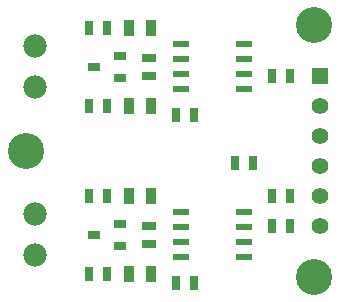
<source format=gts>
%FSLAX46Y46*%
G04 Gerber Fmt 4.6, Leading zero omitted, Abs format (unit mm)*
G04 Created by KiCad (PCBNEW (2014-07-09 BZR 4988)-product) date Wed 13 Aug 2014 10:14:38 AM PDT*
%MOMM*%
G01*
G04 APERTURE LIST*
%ADD10C,0.050000*%
%ADD11R,1.397000X1.397000*%
%ADD12C,1.397000*%
%ADD13R,0.889000X1.397000*%
%ADD14R,1.143000X0.635000*%
%ADD15R,0.635000X1.143000*%
%ADD16C,1.968500*%
%ADD17R,1.000760X0.800100*%
%ADD18R,1.399540X0.599440*%
%ADD19C,3.048000*%
G04 APERTURE END LIST*
D10*
D11*
X129540000Y-95250000D03*
D12*
X129540000Y-97790000D03*
X129540000Y-100330000D03*
X129540000Y-102870000D03*
X129540000Y-105410000D03*
X129540000Y-107950000D03*
D13*
X115252500Y-91186000D03*
X113347500Y-91186000D03*
X113347500Y-97790000D03*
X115252500Y-97790000D03*
D14*
X115062000Y-93726000D03*
X115062000Y-95250000D03*
D13*
X115252500Y-105410000D03*
X113347500Y-105410000D03*
X113347500Y-112014000D03*
X115252500Y-112014000D03*
D14*
X115062000Y-107950000D03*
X115062000Y-109474000D03*
D15*
X117348000Y-98552000D03*
X118872000Y-98552000D03*
X117348000Y-112776000D03*
X118872000Y-112776000D03*
X109982000Y-91186000D03*
X111506000Y-91186000D03*
X109982000Y-97790000D03*
X111506000Y-97790000D03*
X109982000Y-105410000D03*
X111506000Y-105410000D03*
X109982000Y-112014000D03*
X111506000Y-112014000D03*
D16*
X105410000Y-92738000D03*
X105410000Y-96238000D03*
X105410000Y-106962000D03*
X105410000Y-110462000D03*
D15*
X122301000Y-102616000D03*
X123825000Y-102616000D03*
X125476000Y-107950000D03*
X127000000Y-107950000D03*
X125476000Y-105410000D03*
X127000000Y-105410000D03*
X125476000Y-95250000D03*
X127000000Y-95250000D03*
D17*
X110406180Y-94488000D03*
X112605820Y-93535500D03*
X112605820Y-95440500D03*
X110406180Y-108712000D03*
X112605820Y-107759500D03*
X112605820Y-109664500D03*
D18*
X123063000Y-92583000D03*
X117729000Y-92583000D03*
X123063000Y-93853000D03*
X123063000Y-95123000D03*
X123063000Y-96393000D03*
X117729000Y-93853000D03*
X117729000Y-95123000D03*
X117729000Y-96393000D03*
X123063000Y-106807000D03*
X117729000Y-106807000D03*
X123063000Y-108077000D03*
X123063000Y-109347000D03*
X123063000Y-110617000D03*
X117729000Y-108077000D03*
X117729000Y-109347000D03*
X117729000Y-110617000D03*
D19*
X129032000Y-90932000D03*
X129032000Y-112268000D03*
X104648000Y-101600000D03*
M02*

</source>
